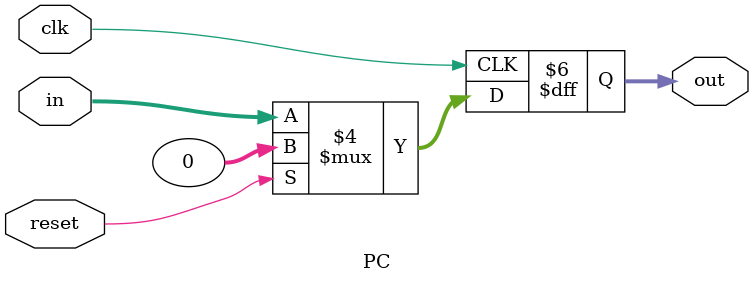
<source format=v>
`ifndef MODULE_PC
`define MODULE_PC
`timescale 1ns / 1ps

module PC (
    input               clk,
                        reset,
    input       [31:0]  in,
    output reg  [31:0]  out
);
initial begin
    out <= 32'b0;
end

    always @ (posedge clk) begin
        if (reset) begin
            out <= 32'b0;
        end
        else 
            out <= in;
    end

endmodule // PC

`endif

</source>
